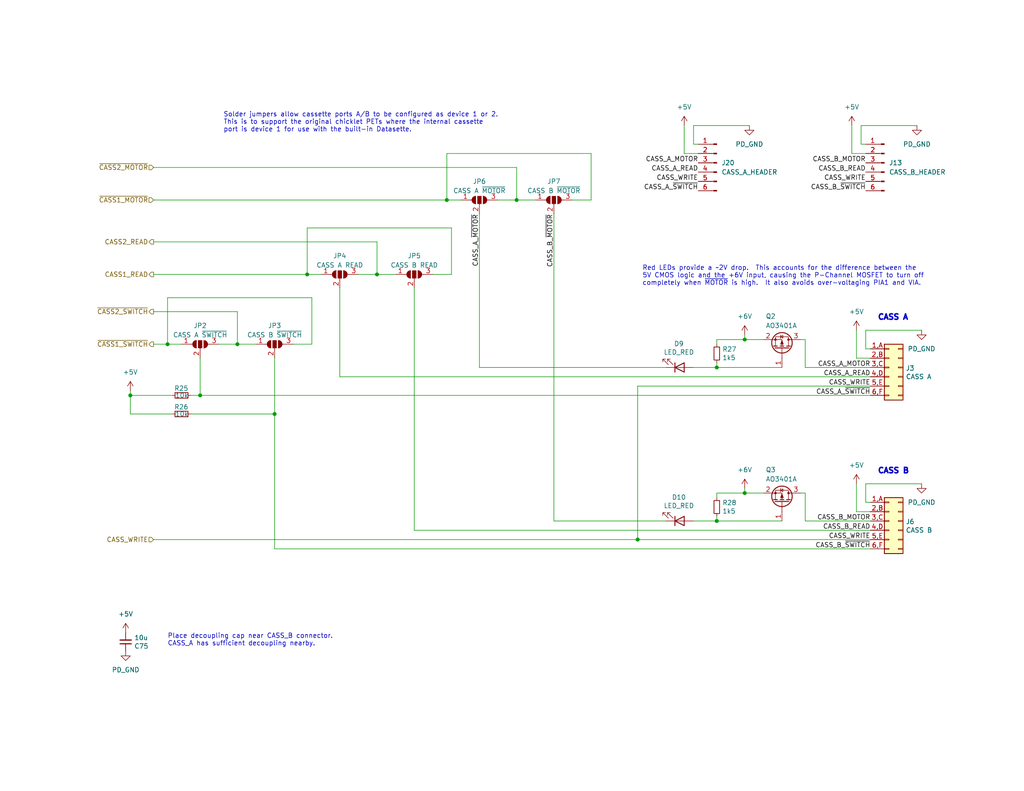
<source format=kicad_sch>
(kicad_sch (version 20211123) (generator eeschema)
  (paper "A")
  (title_block (title "EconoPET 40/8096") (date "2023-11-21") (rev "B"))
  (lib_symbols
    (symbol "CBM_PET_CASS_Conn_01x06_Card_Edge_1" (pin_names (offset 1.016) hide)
      (property "Reference" "J" (at 1.27 7.62 0))
      (property "Value" "CBM_PET_CASS_Conn_01x06_Card_Edge_1" (at 1.27 -10.16 0))
      (symbol "CBM_PET_CASS_Conn_01x06_Card_Edge_1_1_1"
        (rectangle (start -1.27 -7.493) (end 0 -7.747) (stroke (width 0.1524)))
        (rectangle (start -1.27 -4.953) (end 0 -5.207) (stroke (width 0.1524)))
        (rectangle (start -1.27 -2.413) (end 0 -2.667) (stroke (width 0.1524)))
        (rectangle (start -1.27 0.127) (end 0 -0.127) (stroke (width 0.1524)))
        (rectangle (start -1.27 2.667) (end 0 2.413) (stroke (width 0.1524)))
        (rectangle (start -1.27 5.207) (end 0 4.953) (stroke (width 0.1524)))
        (rectangle (start -1.27 6.35) (end 3.81 -8.89) (stroke (width 0.254)) (fill (type background)))
        (rectangle (start 3.81 -7.493) (end 2.54 -7.747) (stroke (width 0.1524)))
        (rectangle (start 3.81 -4.953) (end 2.54 -5.207) (stroke (width 0.1524)))
        (rectangle (start 3.81 -2.413) (end 2.54 -2.667) (stroke (width 0.1524)))
        (rectangle (start 3.81 0.127) (end 2.54 -0.127) (stroke (width 0.1524)))
        (rectangle (start 3.81 2.667) (end 2.54 2.413) (stroke (width 0.1524)))
        (rectangle (start 3.81 5.207) (end 2.54 4.953) (stroke (width 0.1524)))
        (pin passive line (at -5.08 5.08 0) (length 3.81) (name "GND") (number "1,A"))
        (pin passive line (at -5.08 2.54 0) (length 3.81) (name "+5V") (number "2,B"))
        (pin passive line (at -5.08 0 0) (length 3.81) (name "MOTOR") (number "3,C"))
        (pin passive line (at -5.08 -2.54 0) (length 3.81) (name "READ") (number "4,D"))
        (pin passive line (at -5.08 -5.08 0) (length 3.81) (name "WRITE") (number "5,E"))
        (pin passive line (at -5.08 -7.62 0) (length 3.81) (name "SWITCH") (number "6,F"))
      )
    )
    (symbol "Connector:Conn_01x06_Male" (pin_names (offset 1.016) hide)
      (property "Reference" "J" (at 0 7.62 0))
      (property "Value" "Conn_01x06_Male" (at 0 -10.16 0))
      (symbol "Conn_01x06_Male_1_1"
        (polyline (pts (xy 1.27 -7.62) (xy 0.8636 -7.62)) (stroke (width 0.1524)))
        (polyline (pts (xy 1.27 -5.08) (xy 0.8636 -5.08)) (stroke (width 0.1524)))
        (polyline (pts (xy 1.27 -2.54) (xy 0.8636 -2.54)) (stroke (width 0.1524)))
        (polyline (pts (xy 1.27 0) (xy 0.8636 0)) (stroke (width 0.1524)))
        (polyline (pts (xy 1.27 2.54) (xy 0.8636 2.54)) (stroke (width 0.1524)))
        (polyline (pts (xy 1.27 5.08) (xy 0.8636 5.08)) (stroke (width 0.1524)))
        (rectangle (start 0.8636 -7.493) (end 0 -7.747) (stroke (width 0.1524)) (fill (type outline)))
        (rectangle (start 0.8636 -4.953) (end 0 -5.207) (stroke (width 0.1524)) (fill (type outline)))
        (rectangle (start 0.8636 -2.413) (end 0 -2.667) (stroke (width 0.1524)) (fill (type outline)))
        (rectangle (start 0.8636 0.127) (end 0 -0.127) (stroke (width 0.1524)) (fill (type outline)))
        (rectangle (start 0.8636 2.667) (end 0 2.413) (stroke (width 0.1524)) (fill (type outline)))
        (rectangle (start 0.8636 5.207) (end 0 4.953) (stroke (width 0.1524)) (fill (type outline)))
        (pin passive line (at 5.08 5.08 180) (length 3.81) (name "Pin_1") (number "1"))
        (pin passive line (at 5.08 2.54 180) (length 3.81) (name "Pin_2") (number "2"))
        (pin passive line (at 5.08 0 180) (length 3.81) (name "Pin_3") (number "3"))
        (pin passive line (at 5.08 -2.54 180) (length 3.81) (name "Pin_4") (number "4"))
        (pin passive line (at 5.08 -5.08 180) (length 3.81) (name "Pin_5") (number "5"))
        (pin passive line (at 5.08 -7.62 180) (length 3.81) (name "Pin_6") (number "6"))
      )
    )
    (symbol "Device:C_Small" (pin_numbers hide) (pin_names (offset 0.254) hide)
      (property "Reference" "C" (at 0.254 1.778 0))
      (property "Value" "C_Small" (at 0.254 -2.032 0))
      (symbol "C_Small_0_1"
        (polyline (pts (xy -1.524 -0.508) (xy 1.524 -0.508)) (stroke (width 0.3302)))
        (polyline (pts (xy -1.524 0.508) (xy 1.524 0.508)) (stroke (width 0.3048)))
      )
      (symbol "C_Small_1_1"
        (pin passive line (at 0 2.54 270) (length 2.032) (name "~") (number "1"))
        (pin passive line (at 0 -2.54 90) (length 2.032) (name "~") (number "2"))
      )
    )
    (symbol "Device:LED" (pin_numbers hide) (pin_names (offset 1.016) hide)
      (property "Reference" "D" (at 0 2.54 0))
      (property "Value" "LED" (at 0 -2.54 0))
      (symbol "LED_0_1"
        (polyline (pts (xy -1.27 -1.27) (xy -1.27 1.27)) (stroke (width 0.254)))
        (polyline (pts (xy -1.27 0) (xy 1.27 0)))
        (polyline (pts (xy 1.27 -1.27) (xy 1.27 1.27) (xy -1.27 0) (xy 1.27 -1.27)) (stroke (width 0.254)))
        (polyline (pts (xy -3.048 -0.762) (xy -4.572 -2.286) (xy -3.81 -2.286) (xy -4.572 -2.286) (xy -4.572 -1.524)))
        (polyline (pts (xy -1.778 -0.762) (xy -3.302 -2.286) (xy -2.54 -2.286) (xy -3.302 -2.286) (xy -3.302 -1.524)))
      )
      (symbol "LED_1_1"
        (pin passive line (at -3.81 0 0) (length 2.54) (name "K") (number "1"))
        (pin passive line (at 3.81 0 180) (length 2.54) (name "A") (number "2"))
      )
    )
    (symbol "Device:R_Small" (pin_numbers hide) (pin_names (offset 0.254) hide)
      (property "Reference" "R" (at 0.762 0.508 0))
      (property "Value" "R_Small" (at 0.762 -1.016 0))
      (symbol "R_Small_0_1"
        (rectangle (start -0.762 1.778) (end 0.762 -1.778) (stroke (width 0.2032)))
      )
      (symbol "R_Small_1_1"
        (pin passive line (at 0 2.54 270) (length 0.762) (name "~") (number "1"))
        (pin passive line (at 0 -2.54 90) (length 0.762) (name "~") (number "2"))
      )
    )
    (symbol "Jumper:SolderJumper_3_Open" (pin_names (offset 0) hide)
      (property "Reference" "JP" (at -2.54 -2.54 0))
      (property "Value" "SolderJumper_3_Open" (at 0 2.794 0))
      (symbol "SolderJumper_3_Open_0_1"
        (arc (start -1.016 1.016) (mid -2.032 0) (end -1.016 -1.016))
        (arc (start -1.016 1.016) (mid -2.032 0) (end -1.016 -1.016) (fill (type outline)))
        (rectangle (start -0.508 1.016) (end 0.508 -1.016) (fill (type outline)))
        (polyline (pts (xy -2.54 0) (xy -2.032 0)))
        (polyline (pts (xy -1.016 1.016) (xy -1.016 -1.016)))
        (polyline (pts (xy 0 -1.27) (xy 0 -1.016)))
        (polyline (pts (xy 1.016 1.016) (xy 1.016 -1.016)))
        (polyline (pts (xy 2.54 0) (xy 2.032 0)))
        (arc (start 1.016 -1.016) (mid 2.032 0) (end 1.016 1.016))
        (arc (start 1.016 -1.016) (mid 2.032 0) (end 1.016 1.016) (fill (type outline)))
      )
      (symbol "SolderJumper_3_Open_1_1"
        (pin passive line (at -5.08 0 0) (length 2.54) (name "A") (number "1"))
        (pin passive line (at 0 -3.81 90) (length 2.54) (name "C") (number "2"))
        (pin passive line (at 5.08 0 180) (length 2.54) (name "B") (number "3"))
      )
    )
    (symbol "PET:PD_GND" (power) (pin_names (offset 0))
      (property "Value" "PD_GND" (at 0 -3.81 0))
      (symbol "PD_GND_0_1"
        (polyline (pts (xy 0 0) (xy 0 -1.27) (xy 1.27 -1.27) (xy 0 -2.54) (xy -1.27 -1.27) (xy 0 -1.27)))
      )
      (symbol "PD_GND_1_1"
        (pin power_in line (at 0 0 270) (length 0) hide (name "PD_GND") (number "1"))
      )
    )
    (symbol "Retrocomputing:CBM_PET_CASS_Conn_01x06_Card_Edge" (pin_names (offset 1.016) hide)
      (property "Reference" "J" (at 1.27 7.62 0))
      (property "Value" "CBM_PET_CASS_Conn_01x06_Card_Edge" (at 1.27 -10.16 0))
      (symbol "CBM_PET_CASS_Conn_01x06_Card_Edge_1_1"
        (rectangle (start -1.27 -7.493) (end 0 -7.747) (stroke (width 0.1524)))
        (rectangle (start -1.27 -4.953) (end 0 -5.207) (stroke (width 0.1524)))
        (rectangle (start -1.27 -2.413) (end 0 -2.667) (stroke (width 0.1524)))
        (rectangle (start -1.27 0.127) (end 0 -0.127) (stroke (width 0.1524)))
        (rectangle (start -1.27 2.667) (end 0 2.413) (stroke (width 0.1524)))
        (rectangle (start -1.27 5.207) (end 0 4.953) (stroke (width 0.1524)))
        (rectangle (start -1.27 6.35) (end 3.81 -8.89) (stroke (width 0.254)) (fill (type background)))
        (rectangle (start 3.81 -7.493) (end 2.54 -7.747) (stroke (width 0.1524)))
        (rectangle (start 3.81 -4.953) (end 2.54 -5.207) (stroke (width 0.1524)))
        (rectangle (start 3.81 -2.413) (end 2.54 -2.667) (stroke (width 0.1524)))
        (rectangle (start 3.81 0.127) (end 2.54 -0.127) (stroke (width 0.1524)))
        (rectangle (start 3.81 2.667) (end 2.54 2.413) (stroke (width 0.1524)))
        (rectangle (start 3.81 5.207) (end 2.54 4.953) (stroke (width 0.1524)))
        (pin passive line (at -5.08 5.08 0) (length 3.81) (name "GND") (number "1,A"))
        (pin passive line (at -5.08 2.54 0) (length 3.81) (name "+5V") (number "2,B"))
        (pin passive line (at -5.08 0 0) (length 3.81) (name "MOTOR") (number "3,C"))
        (pin passive line (at -5.08 -2.54 0) (length 3.81) (name "READ") (number "4,D"))
        (pin passive line (at -5.08 -5.08 0) (length 3.81) (name "WRITE") (number "5,E"))
        (pin passive line (at -5.08 -7.62 0) (length 3.81) (name "SWITCH") (number "6,F"))
      )
    )
    (symbol "SolderJumper_3_Open_1" (pin_names (offset 0) hide)
      (property "Reference" "JP" (at -2.54 -2.54 0))
      (property "Value" "SolderJumper_3_Open_1" (at 0 2.794 0))
      (symbol "SolderJumper_3_Open_1_0_1"
        (arc (start -1.016 1.016) (mid -2.032 0) (end -1.016 -1.016))
        (arc (start -1.016 1.016) (mid -2.032 0) (end -1.016 -1.016) (fill (type outline)))
        (rectangle (start -0.508 1.016) (end 0.508 -1.016) (fill (type outline)))
        (polyline (pts (xy -2.54 0) (xy -2.032 0)))
        (polyline (pts (xy -1.016 1.016) (xy -1.016 -1.016)))
        (polyline (pts (xy 0 -1.27) (xy 0 -1.016)))
        (polyline (pts (xy 1.016 1.016) (xy 1.016 -1.016)))
        (polyline (pts (xy 2.54 0) (xy 2.032 0)))
        (arc (start 1.016 -1.016) (mid 2.032 0) (end 1.016 1.016))
        (arc (start 1.016 -1.016) (mid 2.032 0) (end 1.016 1.016) (fill (type outline)))
      )
      (symbol "SolderJumper_3_Open_1_1_1"
        (pin passive line (at -5.08 0 0) (length 2.54) (name "A") (number "1"))
        (pin passive line (at 0 -3.81 90) (length 2.54) (name "C") (number "2"))
        (pin passive line (at 5.08 0 180) (length 2.54) (name "B") (number "3"))
      )
    )
    (symbol "SolderJumper_3_Open_2" (pin_names (offset 0) hide)
      (property "Reference" "JP" (at -2.54 -2.54 0))
      (property "Value" "SolderJumper_3_Open_2" (at 0 2.794 0))
      (symbol "SolderJumper_3_Open_2_0_1"
        (arc (start -1.016 1.016) (mid -2.032 0) (end -1.016 -1.016))
        (arc (start -1.016 1.016) (mid -2.032 0) (end -1.016 -1.016) (fill (type outline)))
        (rectangle (start -0.508 1.016) (end 0.508 -1.016) (fill (type outline)))
        (polyline (pts (xy -2.54 0) (xy -2.032 0)))
        (polyline (pts (xy -1.016 1.016) (xy -1.016 -1.016)))
        (polyline (pts (xy 0 -1.27) (xy 0 -1.016)))
        (polyline (pts (xy 1.016 1.016) (xy 1.016 -1.016)))
        (polyline (pts (xy 2.54 0) (xy 2.032 0)))
        (arc (start 1.016 -1.016) (mid 2.032 0) (end 1.016 1.016))
        (arc (start 1.016 -1.016) (mid 2.032 0) (end 1.016 1.016) (fill (type outline)))
      )
      (symbol "SolderJumper_3_Open_2_1_1"
        (pin passive line (at -5.08 0 0) (length 2.54) (name "A") (number "1"))
        (pin passive line (at 0 -3.81 90) (length 2.54) (name "C") (number "2"))
        (pin passive line (at 5.08 0 180) (length 2.54) (name "B") (number "3"))
      )
    )
    (symbol "SolderJumper_3_Open_3" (pin_names (offset 0) hide)
      (property "Reference" "JP" (at -2.54 -2.54 0))
      (property "Value" "SolderJumper_3_Open_3" (at 0 2.794 0))
      (symbol "SolderJumper_3_Open_3_0_1"
        (arc (start -1.016 1.016) (mid -2.032 0) (end -1.016 -1.016))
        (arc (start -1.016 1.016) (mid -2.032 0) (end -1.016 -1.016) (fill (type outline)))
        (rectangle (start -0.508 1.016) (end 0.508 -1.016) (fill (type outline)))
        (polyline (pts (xy -2.54 0) (xy -2.032 0)))
        (polyline (pts (xy -1.016 1.016) (xy -1.016 -1.016)))
        (polyline (pts (xy 0 -1.27) (xy 0 -1.016)))
        (polyline (pts (xy 1.016 1.016) (xy 1.016 -1.016)))
        (polyline (pts (xy 2.54 0) (xy 2.032 0)))
        (arc (start 1.016 -1.016) (mid 2.032 0) (end 1.016 1.016))
        (arc (start 1.016 -1.016) (mid 2.032 0) (end 1.016 1.016) (fill (type outline)))
      )
      (symbol "SolderJumper_3_Open_3_1_1"
        (pin passive line (at -5.08 0 0) (length 2.54) (name "A") (number "1"))
        (pin passive line (at 0 -3.81 90) (length 2.54) (name "C") (number "2"))
        (pin passive line (at 5.08 0 180) (length 2.54) (name "B") (number "3"))
      )
    )
    (symbol "SolderJumper_3_Open_4" (pin_names (offset 0) hide)
      (property "Reference" "JP" (at -2.54 -2.54 0))
      (property "Value" "SolderJumper_3_Open_4" (at 0 2.794 0))
      (symbol "SolderJumper_3_Open_4_0_1"
        (arc (start -1.016 1.016) (mid -2.032 0) (end -1.016 -1.016))
        (arc (start -1.016 1.016) (mid -2.032 0) (end -1.016 -1.016) (fill (type outline)))
        (rectangle (start -0.508 1.016) (end 0.508 -1.016) (fill (type outline)))
        (polyline (pts (xy -2.54 0) (xy -2.032 0)))
        (polyline (pts (xy -1.016 1.016) (xy -1.016 -1.016)))
        (polyline (pts (xy 0 -1.27) (xy 0 -1.016)))
        (polyline (pts (xy 1.016 1.016) (xy 1.016 -1.016)))
        (polyline (pts (xy 2.54 0) (xy 2.032 0)))
        (arc (start 1.016 -1.016) (mid 2.032 0) (end 1.016 1.016))
        (arc (start 1.016 -1.016) (mid 2.032 0) (end 1.016 1.016) (fill (type outline)))
      )
      (symbol "SolderJumper_3_Open_4_1_1"
        (pin passive line (at -5.08 0 0) (length 2.54) (name "A") (number "1"))
        (pin passive line (at 0 -3.81 90) (length 2.54) (name "C") (number "2"))
        (pin passive line (at 5.08 0 180) (length 2.54) (name "B") (number "3"))
      )
    )
    (symbol "SolderJumper_3_Open_5" (pin_names (offset 0) hide)
      (property "Reference" "JP" (at -2.54 -2.54 0))
      (property "Value" "SolderJumper_3_Open_5" (at 0 2.794 0))
      (symbol "SolderJumper_3_Open_5_0_1"
        (arc (start -1.016 1.016) (mid -2.032 0) (end -1.016 -1.016))
        (arc (start -1.016 1.016) (mid -2.032 0) (end -1.016 -1.016) (fill (type outline)))
        (rectangle (start -0.508 1.016) (end 0.508 -1.016) (fill (type outline)))
        (polyline (pts (xy -2.54 0) (xy -2.032 0)))
        (polyline (pts (xy -1.016 1.016) (xy -1.016 -1.016)))
        (polyline (pts (xy 0 -1.27) (xy 0 -1.016)))
        (polyline (pts (xy 1.016 1.016) (xy 1.016 -1.016)))
        (polyline (pts (xy 2.54 0) (xy 2.032 0)))
        (arc (start 1.016 -1.016) (mid 2.032 0) (end 1.016 1.016))
        (arc (start 1.016 -1.016) (mid 2.032 0) (end 1.016 1.016) (fill (type outline)))
      )
      (symbol "SolderJumper_3_Open_5_1_1"
        (pin passive line (at -5.08 0 0) (length 2.54) (name "A") (number "1"))
        (pin passive line (at 0 -3.81 90) (length 2.54) (name "C") (number "2"))
        (pin passive line (at 5.08 0 180) (length 2.54) (name "B") (number "3"))
      )
    )
    (symbol "Transistor_FET:AO3401A" (pin_names hide)
      (property "Reference" "Q" (at 5.08 1.905 0))
      (property "Value" "AO3401A" (at 5.08 0 0))
      (symbol "AO3401A_0_1"
        (polyline (pts (xy 0.254 0) (xy -2.54 0)))
        (polyline (pts (xy 0.254 1.905) (xy 0.254 -1.905)) (stroke (width 0.254)))
        (polyline (pts (xy 0.762 -1.27) (xy 0.762 -2.286)) (stroke (width 0.254)))
        (polyline (pts (xy 0.762 0.508) (xy 0.762 -0.508)) (stroke (width 0.254)))
        (polyline (pts (xy 0.762 2.286) (xy 0.762 1.27)) (stroke (width 0.254)))
        (polyline (pts (xy 2.54 2.54) (xy 2.54 1.778)))
        (polyline (pts (xy 2.54 -2.54) (xy 2.54 0) (xy 0.762 0)))
        (polyline (pts (xy 0.762 1.778) (xy 3.302 1.778) (xy 3.302 -1.778) (xy 0.762 -1.778)))
        (polyline (pts (xy 2.286 0) (xy 1.27 0.381) (xy 1.27 -0.381) (xy 2.286 0)) (fill (type outline)))
        (polyline (pts (xy 2.794 -0.508) (xy 2.921 -0.381) (xy 3.683 -0.381) (xy 3.81 -0.254)))
        (polyline (pts (xy 3.302 -0.381) (xy 2.921 0.254) (xy 3.683 0.254) (xy 3.302 -0.381)))
        (circle (center 1.651 0) (radius 2.794) (stroke (width 0.254)))
        (circle (center 2.54 -1.778) (radius 0.254) (fill (type outline)))
        (circle (center 2.54 1.778) (radius 0.254) (fill (type outline)))
      )
      (symbol "AO3401A_1_1"
        (pin input line (at -5.08 0 0) (length 2.54) (name "G") (number "1"))
        (pin passive line (at 2.54 -5.08 90) (length 2.54) (name "S") (number "2"))
        (pin passive line (at 2.54 5.08 270) (length 2.54) (name "D") (number "3"))
      )
    )
    (symbol "power:+5V" (power) (pin_names (offset 0))
      (property "Value" "+5V" (at 0 3.556 0))
      (symbol "+5V_0_1"
        (polyline (pts (xy -0.762 1.27) (xy 0 2.54)))
        (polyline (pts (xy 0 0) (xy 0 2.54)))
        (polyline (pts (xy 0 2.54) (xy 0.762 1.27)))
      )
      (symbol "+5V_1_1"
        (pin power_in line (at 0 0 90) (length 0) hide (name "+5V") (number "1"))
      )
    )
    (symbol "power:+6V" (power) (pin_names (offset 0))
      (property "Value" "+6V" (at 0 3.556 0))
      (symbol "+6V_0_1"
        (polyline (pts (xy -0.762 1.27) (xy 0 2.54)))
        (polyline (pts (xy 0 0) (xy 0 2.54)))
        (polyline (pts (xy 0 2.54) (xy 0.762 1.27)))
      )
      (symbol "+6V_1_1"
        (pin power_in line (at 0 0 90) (length 0) hide (name "+6V") (number "1"))
      )
    )
  )
  (junction (at 74.93 113.03))
  (junction (at 203.2 92.71))
  (junction (at 35.56 107.95))
  (junction (at 45.72 93.98))
  (junction (at 102.87 74.93))
  (junction (at 203.2 134.62))
  (junction (at 195.58 100.33))
  (junction (at 64.77 93.98))
  (junction (at 195.58 142.24))
  (junction (at 121.92 54.61))
  (junction (at 83.82 74.93))
  (junction (at 173.99 147.32))
  (junction (at 54.61 107.95))
  (junction (at 140.97 54.61))
  (wire (pts (xy 130.81 100.33) (xy 181.61 100.33)))
  (wire (pts (xy 189.23 39.37) (xy 189.23 34.29)))
  (wire (pts (xy 123.19 62.23) (xy 123.19 74.93)))
  (wire (pts (xy 35.56 113.03) (xy 46.99 113.03)))
  (wire (pts (xy 237.49 137.16) (xy 236.22 137.16)))
  (wire (pts (xy 102.87 66.04) (xy 102.87 74.93)))
  (wire (pts (xy 195.58 134.62) (xy 203.2 134.62)))
  (wire (pts (xy 54.61 107.95) (xy 237.49 107.95)))
  (wire (pts (xy 186.69 41.91) (xy 186.69 34.29)))
  (wire (pts (xy 189.23 142.24) (xy 195.58 142.24)))
  (wire (pts (xy 219.71 134.62) (xy 219.71 142.24)))
  (wire (pts (xy 74.93 113.03) (xy 74.93 149.86)))
  (wire (pts (xy 45.72 93.98) (xy 45.72 81.28)))
  (wire (pts (xy 186.69 41.91) (xy 190.5 41.91)))
  (wire (pts (xy 54.61 97.79) (xy 54.61 107.95)))
  (wire (pts (xy 151.13 142.24) (xy 181.61 142.24)))
  (wire (pts (xy 45.72 93.98) (xy 49.53 93.98)))
  (wire (pts (xy 41.91 66.04) (xy 102.87 66.04)))
  (wire (pts (xy 236.22 95.25) (xy 236.22 90.17)))
  (wire (pts (xy 234.95 34.29) (xy 250.19 34.29)))
  (wire (pts (xy 236.22 132.08) (xy 251.46 132.08)))
  (wire (pts (xy 140.97 45.72) (xy 140.97 54.61)))
  (wire (pts (xy 59.69 93.98) (xy 64.77 93.98)))
  (wire (pts (xy 236.22 39.37) (xy 234.95 39.37)))
  (wire (pts (xy 97.79 74.93) (xy 102.87 74.93)))
  (wire (pts (xy 195.58 99.06) (xy 195.58 100.33)))
  (wire (pts (xy 203.2 133.35) (xy 203.2 134.62)))
  (wire (pts (xy 102.87 74.93) (xy 107.95 74.93)))
  (wire (pts (xy 85.09 81.28) (xy 85.09 93.98)))
  (wire (pts (xy 218.44 134.62) (xy 219.71 134.62)))
  (wire (pts (xy 236.22 137.16) (xy 236.22 132.08)))
  (wire (pts (xy 41.91 74.93) (xy 83.82 74.93)))
  (wire (pts (xy 92.71 78.74) (xy 92.71 102.87)))
  (wire (pts (xy 173.99 105.41) (xy 173.99 147.32)))
  (wire (pts (xy 173.99 147.32) (xy 237.49 147.32)))
  (wire (pts (xy 140.97 54.61) (xy 146.05 54.61)))
  (wire (pts (xy 219.71 100.33) (xy 237.49 100.33)))
  (wire (pts (xy 64.77 85.09) (xy 64.77 93.98)))
  (wire (pts (xy 41.91 45.72) (xy 140.97 45.72)))
  (wire (pts (xy 130.81 58.42) (xy 130.81 100.33)))
  (wire (pts (xy 85.09 93.98) (xy 80.01 93.98)))
  (wire (pts (xy 161.29 54.61) (xy 156.21 54.61)))
  (wire (pts (xy 190.5 39.37) (xy 189.23 39.37)))
  (wire (pts (xy 232.41 41.91) (xy 236.22 41.91)))
  (wire (pts (xy 74.93 149.86) (xy 237.49 149.86)))
  (wire (pts (xy 35.56 106.68) (xy 35.56 107.95)))
  (wire (pts (xy 195.58 100.33) (xy 213.36 100.33)))
  (wire (pts (xy 121.92 54.61) (xy 121.92 41.91)))
  (wire (pts (xy 233.68 97.79) (xy 237.49 97.79)))
  (wire (pts (xy 203.2 92.71) (xy 208.28 92.71)))
  (wire (pts (xy 237.49 95.25) (xy 236.22 95.25)))
  (wire (pts (xy 161.29 41.91) (xy 161.29 54.61)))
  (wire (pts (xy 189.23 34.29) (xy 204.47 34.29)))
  (wire (pts (xy 113.03 78.74) (xy 113.03 144.78)))
  (wire (pts (xy 41.91 85.09) (xy 64.77 85.09)))
  (wire (pts (xy 233.68 139.7) (xy 237.49 139.7)))
  (wire (pts (xy 233.68 97.79) (xy 233.68 90.17)))
  (wire (pts (xy 35.56 107.95) (xy 35.56 113.03)))
  (wire (pts (xy 219.71 142.24) (xy 237.49 142.24)))
  (wire (pts (xy 83.82 74.93) (xy 87.63 74.93)))
  (wire (pts (xy 195.58 92.71) (xy 203.2 92.71)))
  (wire (pts (xy 83.82 74.93) (xy 83.82 62.23)))
  (wire (pts (xy 195.58 142.24) (xy 213.36 142.24)))
  (wire (pts (xy 234.95 39.37) (xy 234.95 34.29)))
  (wire (pts (xy 195.58 134.62) (xy 195.58 135.89)))
  (wire (pts (xy 83.82 62.23) (xy 123.19 62.23)))
  (wire (pts (xy 123.19 74.93) (xy 118.11 74.93)))
  (wire (pts (xy 203.2 91.44) (xy 203.2 92.71)))
  (wire (pts (xy 74.93 97.79) (xy 74.93 113.03)))
  (wire (pts (xy 195.58 92.71) (xy 195.58 93.98)))
  (wire (pts (xy 121.92 54.61) (xy 125.73 54.61)))
  (wire (pts (xy 41.91 54.61) (xy 121.92 54.61)))
  (wire (pts (xy 236.22 90.17) (xy 251.46 90.17)))
  (wire (pts (xy 232.41 41.91) (xy 232.41 34.29)))
  (wire (pts (xy 219.71 92.71) (xy 219.71 100.33)))
  (wire (pts (xy 135.89 54.61) (xy 140.97 54.61)))
  (wire (pts (xy 195.58 140.97) (xy 195.58 142.24)))
  (wire (pts (xy 151.13 58.42) (xy 151.13 142.24)))
  (wire (pts (xy 64.77 93.98) (xy 69.85 93.98)))
  (wire (pts (xy 121.92 41.91) (xy 161.29 41.91)))
  (wire (pts (xy 218.44 92.71) (xy 219.71 92.71)))
  (wire (pts (xy 113.03 144.78) (xy 237.49 144.78)))
  (wire (pts (xy 52.07 113.03) (xy 74.93 113.03)))
  (wire (pts (xy 35.56 107.95) (xy 46.99 107.95)))
  (wire (pts (xy 233.68 139.7) (xy 233.68 132.08)))
  (wire (pts (xy 41.91 93.98) (xy 45.72 93.98)))
  (wire (pts (xy 92.71 102.87) (xy 237.49 102.87)))
  (wire (pts (xy 237.49 105.41) (xy 173.99 105.41)))
  (wire (pts (xy 45.72 81.28) (xy 85.09 81.28)))
  (wire (pts (xy 41.91 147.32) (xy 173.99 147.32)))
  (wire (pts (xy 203.2 134.62) (xy 208.28 134.62)))
  (wire (pts (xy 189.23 100.33) (xy 195.58 100.33)))
  (wire (pts (xy 52.07 107.95) (xy 54.61 107.95)))
  (text "Solder jumpers allow cassette ports A/B to be configured as device 1 or 2.\nThis is to support the original chicklet PETs where the internal cassette\nport is device 1 for use with the built-in Datasette.\n" (at 60.96 36.195 0) (effects (font (size 1.27 1.27)) (justify left bottom)))
  (text "CASS B" (at 239.395 129.54 0) (effects (font (size 1.5 1.5) (thickness 0.8) bold) (justify left bottom)))
  (text "Red LEDs provide a ~2V drop.  This accounts for the difference between the\n5V CMOS logic and the +6V input, causing the P-Channel MOSFET to turn off\ncompletely when ~{MOTOR} is high.  It also avoids over-voltaging PIA1 and VIA." (at 175.26 78.105 0) (effects (font (size 1.27 1.27)) (justify left bottom)))
  (text "CASS A" (at 239.395 87.63 0) (effects (font (size 1.5 1.5) (thickness 0.8) bold) (justify left bottom)))
  (text "Place decoupling cap near CASS_B connector.\nCASS_A has sufficient decoupling nearby. " (at 45.72 176.53 0) (effects (font (size 1.27 1.27)) (justify left bottom)))
  (label "CASS_B_~{MOTOR}" (at 151.13 58.42 270))
  (label "CASS_WRITE" (at 237.49 147.32 180))
  (label "CASS_B_MOTOR" (at 237.49 142.24 180))
  (label "CASS_WRITE" (at 190.5 49.53 180))
  (label "CASS_A_MOTOR" (at 237.49 100.33 180))
  (label "CASS_B_READ" (at 236.22 46.99 180))
  (label "CASS_A_~{MOTOR}" (at 130.81 58.42 270))
  (label "CASS_B_MOTOR" (at 236.22 44.45 180))
  (label "CASS_A_~{SWITCH}" (at 237.49 107.95 180))
  (label "CASS_A_~{SWITCH}" (at 190.5 52.07 180))
  (label "CASS_B_READ" (at 237.49 144.78 180))
  (label "CASS_A_READ" (at 190.5 46.99 180))
  (label "CASS_A_READ" (at 237.49 102.87 180))
  (label "CASS_B_~{SWITCH}" (at 237.49 149.86 180))
  (label "CASS_A_MOTOR" (at 190.5 44.45 180))
  (label "CASS_WRITE" (at 237.49 105.41 180))
  (label "CASS_WRITE" (at 236.22 49.53 180))
  (label "CASS_B_~{SWITCH}" (at 236.22 52.07 180))
  (hierarchical_label "CASS_WRITE" (shape input) (at 41.91 147.32 180))
  (hierarchical_label "~{CASS1_SWITCH}" (shape output) (at 41.91 93.98 180))
  (hierarchical_label "CASS2_READ" (shape output) (at 41.91 66.04 180))
  (hierarchical_label "~{CASS1_MOTOR}" (shape input) (at 41.91 54.61 180))
  (hierarchical_label "CASS1_READ" (shape output) (at 41.91 74.93 180))
  (hierarchical_label "~{CASS2_SWITCH}" (shape output) (at 41.91 85.09 180))
  (hierarchical_label "~{CASS2_MOTOR}" (shape input) (at 41.91 45.72 180))
  (symbol (lib_id "Retrocomputing:CBM_PET_CASS_Conn_01x06_Card_Edge") (at 242.57 142.24 0) (unit 1)
    (property "Reference" "J6" (at 247.142 142.4432 0) (effects (justify left)))
    (property "Value" "CASS B" (at 247.142 144.7546 0) (effects (justify left)))
    (property "Footprint" "Retrocomputing:CBM_PET_CASS_EDGE_CON_12P" (effects hide))
  )
  (symbol (lib_name "CBM_PET_CASS_Conn_01x06_Card_Edge_1") (lib_id "Retrocomputing:CBM_PET_CASS_Conn_01x06_Card_Edge") (at 242.57 100.33 0) (unit 1)
    (property "Reference" "J3" (at 247.142 100.5332 0) (effects (justify left)))
    (property "Value" "CASS A" (at 247.142 102.8446 0) (effects (justify left)))
    (property "Footprint" "Retrocomputing:CBM_PET_CASS_EDGE_CON_12P" (effects hide))
  )
  (symbol (lib_id "Device:R_Small") (at 49.53 107.95 90) (unit 1)
    (property "Reference" "R25" (at 51.435 106.045 90) (effects (justify left)))
    (property "Value" "10k" (at 51.435 107.95 90) (effects (justify left)))
    (property "Footprint" "Resistor_SMD:R_0402_1005Metric" (effects hide))
    (property "Datasheet" "https://datasheet.lcsc.com/lcsc/2206010100_UNI-ROYAL-Uniroyal-Elec-0402WGF1002TCE_C25744.pdf" (effects hide))
    (property "LCSC" "C25744" (effects hide))
  )
  (symbol (lib_id "Transistor_FET:AO3401A") (at 213.36 95.25 270) (mirror x) (unit 1)
    (property "Reference" "Q2" (at 208.915 86.36 90) (effects (justify left)))
    (property "Value" "AO3401A" (at 208.915 88.9 90) (effects (justify left)))
    (property "Footprint" "JLCPCB:SOT-23_L2.9-W1.3-P1.90-LS2.4-BR" (effects hide))
    (property "Datasheet" "https://datasheet.lcsc.com/lcsc/1810171817_Alpha---Omega-Semicon-AO3401A_C15127.pdf" (effects hide))
    (property "LCSC" "C15127" (effects hide))
  )
  (symbol (lib_id "Transistor_FET:AO3401A") (at 213.36 137.16 270) (mirror x) (unit 1)
    (property "Reference" "Q3" (at 208.915 128.27 90) (effects (justify left)))
    (property "Value" "AO3401A" (at 208.915 130.81 90) (effects (justify left)))
    (property "Footprint" "JLCPCB:SOT-23_L2.9-W1.3-P1.90-LS2.4-BR" (effects hide))
    (property "Datasheet" "https://datasheet.lcsc.com/lcsc/1810171817_Alpha---Omega-Semicon-AO3401A_C15127.pdf" (effects hide))
    (property "LCSC" "C15127" (effects hide))
  )
  (symbol (lib_id "Connector:Conn_01x06_Male") (at 195.58 44.45 0) (mirror y) (unit 1)
    (property "Reference" "J20" (at 196.85 44.4499 0) (effects (justify right)))
    (property "Value" "CASS_A_HEADER" (at 196.85 46.9899 0) (effects (justify right)))
    (property "Footprint" "Connector_PinHeader_2.54mm:PinHeader_1x06_P2.54mm_Vertical" (effects hide))
    (property "MOUSER" "649-1012937891002BLF" (effects hide))
  )
  (symbol (lib_id "PET:PD_GND") (at 250.19 34.29 0) (unit 1)
    (property "Reference" "#PWR0132" (effects hide))
    (property "Value" "PD_GND" (at 250.19 39.37 0))
  )
  (symbol (lib_name "SolderJumper_3_Open_1") (lib_id "Jumper:SolderJumper_3_Open") (at 130.81 54.61 0) (unit 1)
    (property "Reference" "JP6" (at 130.81 49.53 0))
    (property "Value" "CASS A ~{MOTOR}" (at 130.81 52.07 0))
    (property "Footprint" "Jumper:SolderJumper-3_P1.3mm_Open_RoundedPad1.0x1.5mm" (effects hide))
  )
  (symbol (lib_id "power:+5V") (at 34.29 172.72 0) (unit 1)
    (property "Reference" "#PWR0122" (effects hide))
    (property "Value" "+5V" (at 34.29 167.64 0))
  )
  (symbol (lib_id "Jumper:SolderJumper_3_Open") (at 54.61 93.98 0) (unit 1)
    (property "Reference" "JP2" (at 54.61 88.9 0))
    (property "Value" "CASS A ~{SWITCH}" (at 54.61 91.44 0))
    (property "Footprint" "Jumper:SolderJumper-3_P1.3mm_Open_RoundedPad1.0x1.5mm" (effects hide))
  )
  (symbol (lib_id "Device:R_Small") (at 195.58 96.52 0) (unit 1)
    (property "Reference" "R27" (at 197.0786 95.3516 0) (effects (justify left)))
    (property "Value" "1k5" (at 197.0786 97.663 0) (effects (justify left)))
    (property "Footprint" "Resistor_SMD:R_0402_1005Metric" (effects hide))
    (property "Datasheet" "https://datasheet.lcsc.com/lcsc/2206010045_UNI-ROYAL-Uniroyal-Elec-0402WGF1501TCE_C25867.pdf" (effects hide))
    (property "LCSC" "C25867" (effects hide))
  )
  (symbol (lib_id "PET:PD_GND") (at 251.46 90.17 0) (unit 1)
    (property "Reference" "#PWR0133" (effects hide))
    (property "Value" "PD_GND" (at 251.46 95.25 0))
  )
  (symbol (lib_name "SolderJumper_3_Open_2") (lib_id "Jumper:SolderJumper_3_Open") (at 92.71 74.93 0) (unit 1)
    (property "Reference" "JP4" (at 92.71 69.85 0))
    (property "Value" "CASS A READ" (at 92.71 72.39 0))
    (property "Footprint" "Jumper:SolderJumper-3_P1.3mm_Open_RoundedPad1.0x1.5mm" (effects hide))
  )
  (symbol (lib_id "Device:C_Small") (at 34.29 175.26 0) (mirror x) (unit 1)
    (property "Reference" "C75" (at 36.6268 176.4284 0) (effects (justify left)))
    (property "Value" "10u" (at 36.6268 174.117 0) (effects (justify left)))
    (property "Footprint" "Capacitor_SMD:C_0603_1608Metric" (effects hide))
    (property "Datasheet" "https://datasheet.lcsc.com/lcsc/2304140030_Samsung-Electro-Mechanics-CL10A106MA8NRNC_C96446.pdf" (effects hide))
    (property "LCSC" "C96446" (effects hide))
  )
  (symbol (lib_name "SolderJumper_3_Open_5") (lib_id "Jumper:SolderJumper_3_Open") (at 74.93 93.98 0) (unit 1)
    (property "Reference" "JP3" (at 74.93 88.9 0))
    (property "Value" "CASS B ~{SWITCH}" (at 74.93 91.44 0))
    (property "Footprint" "Jumper:SolderJumper-3_P1.3mm_Open_RoundedPad1.0x1.5mm" (effects hide))
  )
  (symbol (lib_id "power:+5V") (at 186.69 34.29 0) (unit 1)
    (property "Reference" "#PWR0125" (effects hide))
    (property "Value" "+5V" (at 186.69 29.21 0))
  )
  (symbol (lib_id "PET:PD_GND") (at 251.46 132.08 0) (unit 1)
    (property "Reference" "#PWR0134" (effects hide))
    (property "Value" "PD_GND" (at 251.46 137.16 0))
  )
  (symbol (lib_id "power:+5V") (at 233.68 132.08 0) (unit 1)
    (property "Reference" "#PWR0131" (effects hide))
    (property "Value" "+5V" (at 233.68 127 0))
  )
  (symbol (lib_id "power:+5V") (at 232.41 34.29 0) (unit 1)
    (property "Reference" "#PWR0129" (effects hide))
    (property "Value" "+5V" (at 232.41 29.21 0))
  )
  (symbol (lib_id "Device:LED") (at 185.42 100.33 0) (mirror x) (unit 1)
    (property "Reference" "D9" (at 185.2422 93.853 0))
    (property "Value" "LED_RED" (at 185.2422 96.1644 0))
    (property "Footprint" "LED_SMD:LED_0603_1608Metric" (effects hide))
    (property "Datasheet" "https://datasheet.lcsc.com/lcsc/1810231112_Hubei-KENTO-Elec-KT-0603R_C2286.pdf" (effects hide))
    (property "LCSC" "C2286" (effects hide))
  )
  (symbol (lib_id "Connector:Conn_01x06_Male") (at 241.3 44.45 0) (mirror y) (unit 1)
    (property "Reference" "J13" (at 242.57 44.4499 0) (effects (justify right)))
    (property "Value" "CASS_B_HEADER" (at 242.57 46.9899 0) (effects (justify right)))
    (property "Footprint" "Connector_PinHeader_2.54mm:PinHeader_1x06_P2.54mm_Vertical" (effects hide))
    (property "MOUSER" "649-1012937891002BLF" (effects hide))
  )
  (symbol (lib_id "PET:PD_GND") (at 34.29 177.8 0) (unit 1)
    (property "Reference" "#PWR0123" (effects hide))
    (property "Value" "PD_GND" (at 34.29 182.88 0))
  )
  (symbol (lib_id "Device:R_Small") (at 195.58 138.43 0) (unit 1)
    (property "Reference" "R28" (at 197.0786 137.2616 0) (effects (justify left)))
    (property "Value" "1k5" (at 197.0786 139.573 0) (effects (justify left)))
    (property "Footprint" "Resistor_SMD:R_0402_1005Metric" (effects hide))
    (property "Datasheet" "https://datasheet.lcsc.com/lcsc/2206010045_UNI-ROYAL-Uniroyal-Elec-0402WGF1501TCE_C25867.pdf" (effects hide))
    (property "LCSC" "C25867" (effects hide))
  )
  (symbol (lib_id "Device:LED") (at 185.42 142.24 0) (mirror x) (unit 1)
    (property "Reference" "D10" (at 185.2422 135.763 0))
    (property "Value" "LED_RED" (at 185.2422 138.0744 0))
    (property "Footprint" "LED_SMD:LED_0603_1608Metric" (effects hide))
    (property "Datasheet" "https://datasheet.lcsc.com/lcsc/1810231112_Hubei-KENTO-Elec-KT-0603R_C2286.pdf" (effects hide))
    (property "LCSC" "C2286" (effects hide))
  )
  (symbol (lib_id "power:+6V") (at 203.2 133.35 0) (unit 1)
    (property "Reference" "#PWR0127" (effects hide))
    (property "Value" "+6V" (at 203.2 128.27 0))
  )
  (symbol (lib_id "PET:PD_GND") (at 204.47 34.29 0) (unit 1)
    (property "Reference" "#PWR0128" (effects hide))
    (property "Value" "PD_GND" (at 204.47 39.37 0))
  )
  (symbol (lib_id "power:+6V") (at 203.2 91.44 0) (unit 1)
    (property "Reference" "#PWR0126" (effects hide))
    (property "Value" "+6V" (at 203.2 86.36 0))
  )
  (symbol (lib_id "power:+5V") (at 233.68 90.17 0) (unit 1)
    (property "Reference" "#PWR0130" (effects hide))
    (property "Value" "+5V" (at 233.68 85.09 0))
  )
  (symbol (lib_name "SolderJumper_3_Open_3") (lib_id "Jumper:SolderJumper_3_Open") (at 151.13 54.61 0) (unit 1)
    (property "Reference" "JP7" (at 151.13 49.53 0))
    (property "Value" "CASS B ~{MOTOR}" (at 151.13 52.07 0))
    (property "Footprint" "Jumper:SolderJumper-3_P1.3mm_Open_RoundedPad1.0x1.5mm" (effects hide))
  )
  (symbol (lib_id "power:+5V") (at 35.56 106.68 0) (unit 1)
    (property "Reference" "#PWR0124" (effects hide))
    (property "Value" "+5V" (at 35.56 101.6 0))
  )
  (symbol (lib_id "Device:R_Small") (at 49.53 113.03 90) (unit 1)
    (property "Reference" "R26" (at 51.435 111.125 90) (effects (justify left)))
    (property "Value" "10k" (at 51.435 113.03 90) (effects (justify left)))
    (property "Footprint" "Resistor_SMD:R_0402_1005Metric" (effects hide))
    (property "Datasheet" "https://datasheet.lcsc.com/lcsc/2206010100_UNI-ROYAL-Uniroyal-Elec-0402WGF1002TCE_C25744.pdf" (effects hide))
    (property "LCSC" "C25744" (effects hide))
  )
  (symbol (lib_name "SolderJumper_3_Open_4") (lib_id "Jumper:SolderJumper_3_Open") (at 113.03 74.93 0) (unit 1)
    (property "Reference" "JP5" (at 113.03 69.85 0))
    (property "Value" "CASS B READ" (at 113.03 72.39 0))
    (property "Footprint" "Jumper:SolderJumper-3_P1.3mm_Open_RoundedPad1.0x1.5mm" (effects hide))
  )
)
</source>
